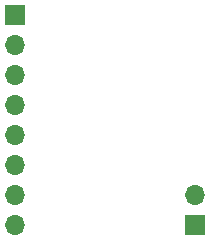
<source format=gbr>
%TF.GenerationSoftware,KiCad,Pcbnew,(6.0.0)*%
%TF.CreationDate,2022-01-24T17:52:03-05:00*%
%TF.ProjectId,LED direction board,4c454420-6469-4726-9563-74696f6e2062,rev?*%
%TF.SameCoordinates,Original*%
%TF.FileFunction,Copper,L2,Bot*%
%TF.FilePolarity,Positive*%
%FSLAX46Y46*%
G04 Gerber Fmt 4.6, Leading zero omitted, Abs format (unit mm)*
G04 Created by KiCad (PCBNEW (6.0.0)) date 2022-01-24 17:52:03*
%MOMM*%
%LPD*%
G01*
G04 APERTURE LIST*
%TA.AperFunction,ComponentPad*%
%ADD10R,1.700000X1.700000*%
%TD*%
%TA.AperFunction,ComponentPad*%
%ADD11O,1.700000X1.700000*%
%TD*%
G04 APERTURE END LIST*
D10*
%TO.P,J1,1,Pin_1*%
%TO.N,Net-(J1-Pad1)*%
X116865000Y-78740000D03*
D11*
%TO.P,J1,2,Pin_2*%
%TO.N,Net-(J1-Pad2)*%
X116865000Y-81280000D03*
%TO.P,J1,3,Pin_3*%
%TO.N,Net-(J1-Pad3)*%
X116865000Y-83820000D03*
%TO.P,J1,4,Pin_4*%
%TO.N,Net-(J1-Pad4)*%
X116865000Y-86360000D03*
%TO.P,J1,5,Pin_5*%
%TO.N,Net-(J1-Pad5)*%
X116865000Y-88900000D03*
%TO.P,J1,6,Pin_6*%
%TO.N,Net-(J1-Pad6)*%
X116865000Y-91440000D03*
%TO.P,J1,7,Pin_7*%
%TO.N,Net-(J1-Pad7)*%
X116865000Y-93980000D03*
%TO.P,J1,8,Pin_8*%
%TO.N,Net-(J1-Pad8)*%
X116865000Y-96520000D03*
%TD*%
D10*
%TO.P,J2,1,Pin_1*%
%TO.N,GND*%
X132080000Y-96520000D03*
D11*
%TO.P,J2,2,Pin_2*%
%TO.N,+5V*%
X132080000Y-93980000D03*
%TD*%
M02*

</source>
